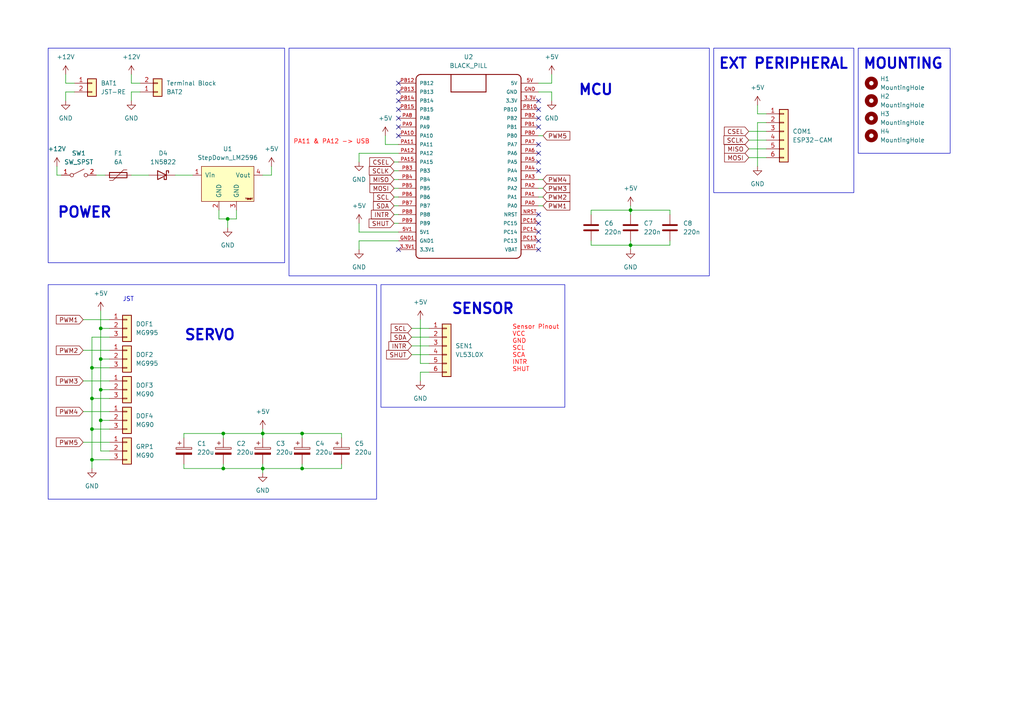
<source format=kicad_sch>
(kicad_sch (version 20230121) (generator eeschema)
  (paper "A4")
  (lib_symbols
    (symbol "Black_Pill:BLACK_PILL" (pin_names (offset 1.016))
      (property "Reference" "U" (at 0 0 0))
      (property "Value" "BLACK_PILL" (at 0 29.21 0))
      (symbol "BLACK_PILL_0_0"
        (arc (start -15.24 -26.8624) (mid -14.9244 -27.6244) (end -14.1624 -27.94) (stroke (width 0.254)))
        (arc (start -13.8032 25.4) (mid -14.8192 24.9792) (end -15.24 23.9632) (stroke (width 0.254)))
        (polyline (pts (xy -15.24 23.9632) (xy -15.24 -26.8624)) (stroke (width 0.254)))
        (polyline (pts (xy -14.1624 -27.94) (xy 13.8032 -27.94)) (stroke (width 0.254)))
        (polyline (pts (xy -5.08 20.32) (xy -5.08 25.4)) (stroke (width 0.254)))
        (polyline (pts (xy -5.08 25.4) (xy -13.8032 25.4)) (stroke (width 0.254)))
        (polyline (pts (xy -5.08 25.4) (xy 5.08 25.4)) (stroke (width 0.254)))
        (polyline (pts (xy 5.08 20.32) (xy -5.08 20.32)) (stroke (width 0.254)))
        (polyline (pts (xy 5.08 25.4) (xy 5.08 20.32)) (stroke (width 0.254)))
        (polyline (pts (xy 13.97 25.4) (xy 5.08 25.4)) (stroke (width 0.254)))
        (polyline (pts (xy 15.24 -26.5032) (xy 15.24 24.13)) (stroke (width 0.254)))
        (arc (start 13.8032 -27.94) (mid 14.8191 -27.5191) (end 15.24 -26.5032) (stroke (width 0.254)))
        (arc (start 15.24 24.13) (mid 14.868 25.028) (end 13.97 25.4) (stroke (width 0.254)))
        (pin bidirectional line (at 20.32 17.78 180) (length 5.08) (name "3.3V") (number "3.3V"))
        (pin bidirectional line (at -20.32 -25.4 0) (length 5.08) (name "3.3V1") (number "3.3V1"))
        (pin power_in line (at 20.32 22.86 180) (length 5.08) (name "5V") (number "5V"))
        (pin bidirectional line (at -20.32 -20.32 0) (length 5.08) (name "5V1") (number "5V1"))
        (pin bidirectional line (at 20.32 20.32 180) (length 5.08) (name "GND") (number "GND"))
        (pin bidirectional line (at -20.32 -22.86 0) (length 5.08) (name "GND1") (number "GND1"))
        (pin bidirectional line (at 20.32 -15.24 180) (length 5.08) (name "NRST") (number "NRST"))
        (pin bidirectional line (at 20.32 -12.7 180) (length 5.08) (name "PA0") (number "PA0"))
        (pin bidirectional line (at 20.32 -10.16 180) (length 5.08) (name "PA1") (number "PA1"))
        (pin bidirectional line (at -20.32 7.62 0) (length 5.08) (name "PA10") (number "PA10"))
        (pin bidirectional line (at -20.32 5.08 0) (length 5.08) (name "PA11") (number "PA11"))
        (pin bidirectional line (at -20.32 2.54 0) (length 5.08) (name "PA12") (number "PA12"))
        (pin bidirectional line (at -20.32 0 0) (length 5.08) (name "PA15") (number "PA15"))
        (pin bidirectional line (at 20.32 -7.62 180) (length 5.08) (name "PA2") (number "PA2"))
        (pin bidirectional line (at 20.32 -5.08 180) (length 5.08) (name "PA3") (number "PA3"))
        (pin bidirectional line (at 20.32 -2.54 180) (length 5.08) (name "PA4") (number "PA4"))
        (pin bidirectional line (at 20.32 0 180) (length 5.08) (name "PA5") (number "PA5"))
        (pin bidirectional line (at 20.32 2.54 180) (length 5.08) (name "PA6") (number "PA6"))
        (pin bidirectional line (at 20.32 5.08 180) (length 5.08) (name "PA7") (number "PA7"))
        (pin bidirectional line (at -20.32 12.7 0) (length 5.08) (name "PA8") (number "PA8"))
        (pin bidirectional line (at -20.32 10.16 0) (length 5.08) (name "PA9") (number "PA9"))
        (pin bidirectional line (at 20.32 7.62 180) (length 5.08) (name "PB0") (number "PB0"))
        (pin bidirectional line (at 20.32 10.16 180) (length 5.08) (name "PB1") (number "PB1"))
        (pin bidirectional line (at 20.32 15.24 180) (length 5.08) (name "PB10") (number "PB10"))
        (pin bidirectional line (at -20.32 22.86 0) (length 5.08) (name "PB12") (number "PB12"))
        (pin bidirectional line (at -20.32 20.32 0) (length 5.08) (name "PB13") (number "PB13"))
        (pin bidirectional line (at -20.32 17.78 0) (length 5.08) (name "PB14") (number "PB14"))
        (pin bidirectional line (at -20.32 15.24 0) (length 5.08) (name "PB15") (number "PB15"))
        (pin bidirectional line (at 20.32 12.7 180) (length 5.08) (name "PB2") (number "PB2"))
        (pin bidirectional line (at -20.32 -2.54 0) (length 5.08) (name "PB3") (number "PB3"))
        (pin bidirectional line (at -20.32 -5.08 0) (length 5.08) (name "PB4") (number "PB4"))
        (pin bidirectional line (at -20.32 -7.62 0) (length 5.08) (name "PB5") (number "PB5"))
        (pin bidirectional line (at -20.32 -10.16 0) (length 5.08) (name "PB6") (number "PB6"))
        (pin bidirectional line (at -20.32 -12.7 0) (length 5.08) (name "PB7") (number "PB7"))
        (pin bidirectional line (at -20.32 -15.24 0) (length 5.08) (name "PB8") (number "PB8"))
        (pin bidirectional line (at -20.32 -17.78 0) (length 5.08) (name "PB9") (number "PB9"))
        (pin bidirectional line (at 20.32 -22.86 180) (length 5.08) (name "PC13") (number "PC13"))
        (pin bidirectional line (at 20.32 -20.32 180) (length 5.08) (name "PC14") (number "PC14"))
        (pin bidirectional line (at 20.32 -17.78 180) (length 5.08) (name "PC15") (number "PC15"))
        (pin bidirectional line (at 20.32 -25.4 180) (length 5.08) (name "VBAT") (number "VBAT"))
      )
    )
    (symbol "Connector_Generic:Conn_01x02" (pin_names (offset 1.016) hide)
      (property "Reference" "J" (at 0 2.54 0))
      (property "Value" "Conn_01x02" (at 0 -5.08 0))
      (symbol "Conn_01x02_1_1"
        (rectangle (start -1.27 -2.413) (end 0 -2.667) (stroke (width 0.1524)))
        (rectangle (start -1.27 0.127) (end 0 -0.127) (stroke (width 0.1524)))
        (rectangle (start -1.27 1.27) (end 1.27 -3.81) (stroke (width 0.254)) (fill (type background)))
        (pin passive line (at -5.08 0 0) (length 3.81) (name "Pin_1") (number "1"))
        (pin passive line (at -5.08 -2.54 0) (length 3.81) (name "Pin_2") (number "2"))
      )
    )
    (symbol "Connector_Generic:Conn_01x03" (pin_names (offset 1.016) hide)
      (property "Reference" "J" (at 0 5.08 0))
      (property "Value" "Conn_01x03" (at 0 -5.08 0))
      (symbol "Conn_01x03_1_1"
        (rectangle (start -1.27 -2.413) (end 0 -2.667) (stroke (width 0.1524)))
        (rectangle (start -1.27 0.127) (end 0 -0.127) (stroke (width 0.1524)))
        (rectangle (start -1.27 2.667) (end 0 2.413) (stroke (width 0.1524)))
        (rectangle (start -1.27 3.81) (end 1.27 -3.81) (stroke (width 0.254)) (fill (type background)))
        (pin passive line (at -5.08 2.54 0) (length 3.81) (name "Pin_1") (number "1"))
        (pin passive line (at -5.08 0 0) (length 3.81) (name "Pin_2") (number "2"))
        (pin passive line (at -5.08 -2.54 0) (length 3.81) (name "Pin_3") (number "3"))
      )
    )
    (symbol "Connector_Generic:Conn_01x06" (pin_names (offset 1.016) hide)
      (property "Reference" "J" (at 0 7.62 0))
      (property "Value" "Conn_01x06" (at 0 -10.16 0))
      (symbol "Conn_01x06_1_1"
        (rectangle (start -1.27 -7.493) (end 0 -7.747) (stroke (width 0.1524)))
        (rectangle (start -1.27 -4.953) (end 0 -5.207) (stroke (width 0.1524)))
        (rectangle (start -1.27 -2.413) (end 0 -2.667) (stroke (width 0.1524)))
        (rectangle (start -1.27 0.127) (end 0 -0.127) (stroke (width 0.1524)))
        (rectangle (start -1.27 2.667) (end 0 2.413) (stroke (width 0.1524)))
        (rectangle (start -1.27 5.207) (end 0 4.953) (stroke (width 0.1524)))
        (rectangle (start -1.27 6.35) (end 1.27 -8.89) (stroke (width 0.254)) (fill (type background)))
        (pin passive line (at -5.08 5.08 0) (length 3.81) (name "Pin_1") (number "1"))
        (pin passive line (at -5.08 2.54 0) (length 3.81) (name "Pin_2") (number "2"))
        (pin passive line (at -5.08 0 0) (length 3.81) (name "Pin_3") (number "3"))
        (pin passive line (at -5.08 -2.54 0) (length 3.81) (name "Pin_4") (number "4"))
        (pin passive line (at -5.08 -5.08 0) (length 3.81) (name "Pin_5") (number "5"))
        (pin passive line (at -5.08 -7.62 0) (length 3.81) (name "Pin_6") (number "6"))
      )
    )
    (symbol "Device:C" (pin_numbers hide) (pin_names (offset 0.254))
      (property "Reference" "C" (at 0.635 2.54 0))
      (property "Value" "C" (at 0.635 -2.54 0))
      (symbol "C_0_1"
        (polyline (pts (xy -2.032 -0.762) (xy 2.032 -0.762)) (stroke (width 0.508)))
        (polyline (pts (xy -2.032 0.762) (xy 2.032 0.762)) (stroke (width 0.508)))
      )
      (symbol "C_1_1"
        (pin passive line (at 0 3.81 270) (length 2.794) (name "~") (number "1"))
        (pin passive line (at 0 -3.81 90) (length 2.794) (name "~") (number "2"))
      )
    )
    (symbol "Device:C_Polarized" (pin_numbers hide) (pin_names (offset 0.254))
      (property "Reference" "C" (at 0.635 2.54 0))
      (property "Value" "C_Polarized" (at 0.635 -2.54 0))
      (symbol "C_Polarized_0_1"
        (rectangle (start -2.286 0.508) (end 2.286 1.016))
        (polyline (pts (xy -1.778 2.286) (xy -0.762 2.286)))
        (polyline (pts (xy -1.27 2.794) (xy -1.27 1.778)))
        (rectangle (start 2.286 -0.508) (end -2.286 -1.016) (fill (type outline)))
      )
      (symbol "C_Polarized_1_1"
        (pin passive line (at 0 3.81 270) (length 2.794) (name "~") (number "1"))
        (pin passive line (at 0 -3.81 90) (length 2.794) (name "~") (number "2"))
      )
    )
    (symbol "Device:Polyfuse" (pin_numbers hide) (pin_names (offset 0))
      (property "Reference" "F" (at -2.54 0 90))
      (property "Value" "Polyfuse" (at 2.54 0 90))
      (symbol "Polyfuse_0_1"
        (rectangle (start -0.762 2.54) (end 0.762 -2.54) (stroke (width 0.254)))
        (polyline (pts (xy 0 2.54) (xy 0 -2.54)))
        (polyline (pts (xy -1.524 2.54) (xy -1.524 1.524) (xy 1.524 -1.524) (xy 1.524 -2.54)))
      )
      (symbol "Polyfuse_1_1"
        (pin passive line (at 0 3.81 270) (length 1.27) (name "~") (number "1"))
        (pin passive line (at 0 -3.81 90) (length 1.27) (name "~") (number "2"))
      )
    )
    (symbol "Diode:1N5822" (pin_numbers hide) (pin_names (offset 1.016) hide)
      (property "Reference" "D" (at 0 2.54 0))
      (property "Value" "1N5822" (at 0 -2.54 0))
      (symbol "1N5822_0_1"
        (polyline (pts (xy 1.27 0) (xy -1.27 0)))
        (polyline (pts (xy 1.27 1.27) (xy 1.27 -1.27) (xy -1.27 0) (xy 1.27 1.27)) (stroke (width 0.254)))
        (polyline (pts (xy -1.905 0.635) (xy -1.905 1.27) (xy -1.27 1.27) (xy -1.27 -1.27) (xy -0.635 -1.27) (xy -0.635 -0.635)) (stroke (width 0.254)))
      )
      (symbol "1N5822_1_1"
        (pin passive line (at -3.81 0 0) (length 2.54) (name "K") (number "1"))
        (pin passive line (at 3.81 0 180) (length 2.54) (name "A") (number "2"))
      )
    )
    (symbol "Mechanical:MountingHole" (pin_names (offset 1.016))
      (property "Reference" "H" (at 0 5.08 0))
      (property "Value" "MountingHole" (at 0 3.175 0))
      (symbol "MountingHole_0_1"
        (circle (center 0 0) (radius 1.27) (stroke (width 1.27)))
      )
    )
    (symbol "Step_Down:YAAJ_DCDC_StepDown_LM2596" (pin_names (offset 1.016))
      (property "Reference" "U" (at -5.08 6.35 0))
      (property "Value" "YAAJ_DCDC_StepDown_LM2596" (at 0 11.43 0))
      (symbol "YAAJ_DCDC_StepDown_LM2596_0_1"
        (rectangle (start -7.62 5.08) (end 7.62 -5.08) (fill (type background)))
      )
      (symbol "YAAJ_DCDC_StepDown_LM2596_1_1"
        (text "Y@@V" (at 6.1976 -4.2672 0) (effects (font (size 0.508 0.508))))
        (pin power_in line (at -10.16 2.54 0) (length 2.54) (name "Vin") (number "1"))
        (pin power_in line (at -2.54 -7.62 90) (length 2.54) (name "GND") (number "2"))
        (pin power_in line (at 2.54 -7.62 90) (length 2.54) (name "GND") (number "3"))
        (pin power_out line (at 10.16 2.54 180) (length 2.54) (name "Vout") (number "4"))
      )
    )
    (symbol "Switch:SW_SPST" (pin_names (offset 0) hide)
      (property "Reference" "SW" (at 0 3.175 0))
      (property "Value" "SW_SPST" (at 0 -2.54 0))
      (symbol "SW_SPST_0_0"
        (circle (center -2.032 0) (radius 0.508))
        (polyline (pts (xy -1.524 0.254) (xy 1.524 1.778)))
        (circle (center 2.032 0) (radius 0.508))
      )
      (symbol "SW_SPST_1_1"
        (pin passive line (at -5.08 0 0) (length 2.54) (name "A") (number "1"))
        (pin passive line (at 5.08 0 180) (length 2.54) (name "B") (number "2"))
      )
    )
    (symbol "power:+12V" (power) (pin_names (offset 0))
      (property "Value" "+12V" (at 0 3.556 0))
      (symbol "+12V_0_1"
        (polyline (pts (xy -0.762 1.27) (xy 0 2.54)))
        (polyline (pts (xy 0 0) (xy 0 2.54)))
        (polyline (pts (xy 0 2.54) (xy 0.762 1.27)))
      )
      (symbol "+12V_1_1"
        (pin power_in line (at 0 0 90) (length 0) hide (name "+12V") (number "1"))
      )
    )
    (symbol "power:+5V" (power) (pin_names (offset 0))
      (property "Value" "+5V" (at 0 3.556 0))
      (symbol "+5V_0_1"
        (polyline (pts (xy -0.762 1.27) (xy 0 2.54)))
        (polyline (pts (xy 0 0) (xy 0 2.54)))
        (polyline (pts (xy 0 2.54) (xy 0.762 1.27)))
      )
      (symbol "+5V_1_1"
        (pin power_in line (at 0 0 90) (length 0) hide (name "+5V") (number "1"))
      )
    )
    (symbol "power:GND" (power) (pin_names (offset 0))
      (property "Value" "GND" (at 0 -3.81 0))
      (symbol "GND_0_1"
        (polyline (pts (xy 0 0) (xy 0 -1.27) (xy 1.27 -1.27) (xy 0 -2.54) (xy -1.27 -1.27) (xy 0 -1.27)))
      )
      (symbol "GND_1_1"
        (pin power_in line (at 0 0 270) (length 0) hide (name "GND") (number "1"))
      )
    )
  )
  (junction (at 29.21 104.14))
  (junction (at 26.67 133.35))
  (junction (at 76.2 125.73))
  (junction (at 26.67 115.57))
  (junction (at 64.77 125.73))
  (junction (at 87.63 135.89))
  (junction (at 64.77 135.89))
  (junction (at 182.88 71.12))
  (junction (at 29.21 121.92))
  (junction (at 29.21 95.25))
  (junction (at 182.88 60.96))
  (junction (at 29.21 113.03))
  (junction (at 76.2 135.89))
  (junction (at 26.67 124.46))
  (junction (at 87.63 125.73))
  (junction (at 26.67 106.68))
  (junction (at 66.04 63.5))
  (no_connect (at 115.57 31.75))
  (no_connect (at 156.21 34.29))
  (no_connect (at 156.21 67.31))
  (no_connect (at 156.21 69.85))
  (no_connect (at 115.57 36.83))
  (no_connect (at 115.57 29.21))
  (no_connect (at 156.21 31.75))
  (no_connect (at 156.21 62.23))
  (no_connect (at 156.21 29.21))
  (no_connect (at 156.21 72.39))
  (no_connect (at 115.57 39.37))
  (no_connect (at 115.57 72.39))
  (no_connect (at 115.57 24.13))
  (no_connect (at 156.21 64.77))
  (no_connect (at 156.21 36.83))
  (no_connect (at 156.21 41.91))
  (no_connect (at 156.21 44.45))
  (no_connect (at 156.21 46.99))
  (no_connect (at 156.21 49.53))
  (no_connect (at 115.57 34.29))
  (no_connect (at 115.57 26.67))
  (wire (pts (xy 121.92 105.41) (xy 121.92 92.71)))
  (wire (pts (xy 182.88 69.85) (xy 182.88 71.12)))
  (wire (pts (xy 16.51 50.8) (xy 17.78 50.8)))
  (wire (pts (xy 121.92 107.95) (xy 121.92 110.49)))
  (wire (pts (xy 156.21 59.69) (xy 157.48 59.69)))
  (wire (pts (xy 182.88 59.69) (xy 182.88 60.96)))
  (wire (pts (xy 26.67 124.46) (xy 31.75 124.46)))
  (wire (pts (xy 29.21 95.25) (xy 31.75 95.25)))
  (wire (pts (xy 16.51 48.26) (xy 16.51 50.8)))
  (wire (pts (xy 99.06 135.89) (xy 99.06 134.62)))
  (wire (pts (xy 156.21 39.37) (xy 157.48 39.37)))
  (wire (pts (xy 68.58 60.96) (xy 68.58 63.5)))
  (wire (pts (xy 76.2 135.89) (xy 76.2 137.16)))
  (wire (pts (xy 63.5 60.96) (xy 63.5 63.5)))
  (wire (pts (xy 217.17 40.64) (xy 222.25 40.64)))
  (wire (pts (xy 64.77 135.89) (xy 76.2 135.89)))
  (wire (pts (xy 29.21 121.92) (xy 31.75 121.92)))
  (wire (pts (xy 171.45 60.96) (xy 182.88 60.96)))
  (wire (pts (xy 76.2 125.73) (xy 64.77 125.73)))
  (wire (pts (xy 38.1 24.13) (xy 38.1 21.59)))
  (wire (pts (xy 29.21 113.03) (xy 31.75 113.03)))
  (wire (pts (xy 24.13 110.49) (xy 31.75 110.49)))
  (wire (pts (xy 76.2 125.73) (xy 76.2 127)))
  (wire (pts (xy 104.14 46.99) (xy 104.14 44.45)))
  (wire (pts (xy 29.21 104.14) (xy 31.75 104.14)))
  (wire (pts (xy 182.88 60.96) (xy 182.88 62.23)))
  (wire (pts (xy 114.3 62.23) (xy 115.57 62.23)))
  (wire (pts (xy 182.88 71.12) (xy 182.88 72.39)))
  (wire (pts (xy 119.38 95.25) (xy 124.46 95.25)))
  (wire (pts (xy 171.45 62.23) (xy 171.45 60.96)))
  (wire (pts (xy 24.13 92.71) (xy 31.75 92.71)))
  (wire (pts (xy 26.67 106.68) (xy 31.75 106.68)))
  (wire (pts (xy 99.06 127) (xy 99.06 125.73)))
  (wire (pts (xy 115.57 67.31) (xy 104.14 67.31)))
  (wire (pts (xy 87.63 125.73) (xy 76.2 125.73)))
  (wire (pts (xy 38.1 26.67) (xy 38.1 29.21)))
  (wire (pts (xy 26.67 124.46) (xy 26.67 115.57)))
  (wire (pts (xy 29.21 130.81) (xy 29.21 121.92)))
  (wire (pts (xy 114.3 57.15) (xy 115.57 57.15)))
  (wire (pts (xy 124.46 107.95) (xy 121.92 107.95)))
  (wire (pts (xy 87.63 125.73) (xy 87.63 127)))
  (wire (pts (xy 194.31 69.85) (xy 194.31 71.12)))
  (wire (pts (xy 21.59 24.13) (xy 19.05 24.13)))
  (wire (pts (xy 24.13 101.6) (xy 31.75 101.6)))
  (wire (pts (xy 182.88 71.12) (xy 194.31 71.12)))
  (wire (pts (xy 38.1 50.8) (xy 43.18 50.8)))
  (wire (pts (xy 171.45 69.85) (xy 171.45 71.12)))
  (wire (pts (xy 31.75 130.81) (xy 29.21 130.81)))
  (wire (pts (xy 76.2 134.62) (xy 76.2 135.89)))
  (wire (pts (xy 64.77 134.62) (xy 64.77 135.89)))
  (wire (pts (xy 119.38 100.33) (xy 124.46 100.33)))
  (wire (pts (xy 222.25 33.02) (xy 219.71 33.02)))
  (wire (pts (xy 219.71 35.56) (xy 222.25 35.56)))
  (wire (pts (xy 156.21 57.15) (xy 157.48 57.15)))
  (wire (pts (xy 160.02 24.13) (xy 160.02 21.59)))
  (wire (pts (xy 115.57 46.99) (xy 114.3 46.99)))
  (wire (pts (xy 111.76 41.91) (xy 115.57 41.91)))
  (wire (pts (xy 40.64 24.13) (xy 38.1 24.13)))
  (wire (pts (xy 114.3 59.69) (xy 115.57 59.69)))
  (wire (pts (xy 29.21 121.92) (xy 29.21 113.03)))
  (wire (pts (xy 217.17 43.18) (xy 222.25 43.18)))
  (wire (pts (xy 76.2 135.89) (xy 87.63 135.89)))
  (wire (pts (xy 119.38 102.87) (xy 124.46 102.87)))
  (wire (pts (xy 104.14 64.77) (xy 104.14 67.31)))
  (wire (pts (xy 114.3 64.77) (xy 115.57 64.77)))
  (wire (pts (xy 119.38 97.79) (xy 124.46 97.79)))
  (wire (pts (xy 66.04 63.5) (xy 68.58 63.5)))
  (wire (pts (xy 217.17 45.72) (xy 222.25 45.72)))
  (wire (pts (xy 29.21 104.14) (xy 29.21 95.25)))
  (wire (pts (xy 26.67 135.89) (xy 26.67 133.35)))
  (wire (pts (xy 76.2 50.8) (xy 78.74 50.8)))
  (wire (pts (xy 76.2 124.46) (xy 76.2 125.73)))
  (wire (pts (xy 87.63 134.62) (xy 87.63 135.89)))
  (wire (pts (xy 26.67 133.35) (xy 31.75 133.35)))
  (wire (pts (xy 50.8 50.8) (xy 55.88 50.8)))
  (wire (pts (xy 156.21 24.13) (xy 160.02 24.13)))
  (wire (pts (xy 26.67 115.57) (xy 31.75 115.57)))
  (wire (pts (xy 104.14 72.39) (xy 104.14 69.85)))
  (wire (pts (xy 26.67 97.79) (xy 31.75 97.79)))
  (wire (pts (xy 27.94 50.8) (xy 30.48 50.8)))
  (wire (pts (xy 160.02 26.67) (xy 160.02 29.21)))
  (wire (pts (xy 104.14 44.45) (xy 115.57 44.45)))
  (wire (pts (xy 111.76 39.37) (xy 111.76 41.91)))
  (wire (pts (xy 26.67 115.57) (xy 26.67 106.68)))
  (wire (pts (xy 53.34 134.62) (xy 53.34 135.89)))
  (wire (pts (xy 115.57 54.61) (xy 114.3 54.61)))
  (wire (pts (xy 26.67 133.35) (xy 26.67 124.46)))
  (wire (pts (xy 53.34 135.89) (xy 64.77 135.89)))
  (wire (pts (xy 87.63 135.89) (xy 99.06 135.89)))
  (wire (pts (xy 156.21 26.67) (xy 160.02 26.67)))
  (wire (pts (xy 53.34 125.73) (xy 53.34 127)))
  (wire (pts (xy 19.05 24.13) (xy 19.05 21.59)))
  (wire (pts (xy 29.21 113.03) (xy 29.21 104.14)))
  (wire (pts (xy 64.77 125.73) (xy 64.77 127)))
  (wire (pts (xy 182.88 60.96) (xy 194.31 60.96)))
  (wire (pts (xy 217.17 38.1) (xy 222.25 38.1)))
  (wire (pts (xy 156.21 54.61) (xy 157.48 54.61)))
  (wire (pts (xy 115.57 52.07) (xy 114.3 52.07)))
  (wire (pts (xy 29.21 95.25) (xy 29.21 90.17)))
  (wire (pts (xy 104.14 69.85) (xy 115.57 69.85)))
  (wire (pts (xy 78.74 50.8) (xy 78.74 48.26)))
  (wire (pts (xy 19.05 26.67) (xy 19.05 29.21)))
  (wire (pts (xy 219.71 33.02) (xy 219.71 30.48)))
  (wire (pts (xy 171.45 71.12) (xy 182.88 71.12)))
  (wire (pts (xy 26.67 106.68) (xy 26.67 97.79)))
  (wire (pts (xy 115.57 49.53) (xy 114.3 49.53)))
  (wire (pts (xy 64.77 125.73) (xy 53.34 125.73)))
  (wire (pts (xy 156.21 52.07) (xy 157.48 52.07)))
  (wire (pts (xy 219.71 48.26) (xy 219.71 35.56)))
  (wire (pts (xy 63.5 63.5) (xy 66.04 63.5)))
  (wire (pts (xy 66.04 63.5) (xy 66.04 66.04)))
  (wire (pts (xy 24.13 128.27) (xy 31.75 128.27)))
  (wire (pts (xy 124.46 105.41) (xy 121.92 105.41)))
  (wire (pts (xy 40.64 26.67) (xy 38.1 26.67)))
  (wire (pts (xy 21.59 26.67) (xy 19.05 26.67)))
  (wire (pts (xy 99.06 125.73) (xy 87.63 125.73)))
  (wire (pts (xy 24.13 119.38) (xy 31.75 119.38)))
  (wire (pts (xy 194.31 62.23) (xy 194.31 60.96)))
  (rectangle (start 13.97 13.97) (end 82.55 76.2))
  (rectangle (start 13.97 82.55) (end 109.22 144.78))
  (rectangle (start 207.01 13.97) (end 247.65 55.88))
  (rectangle (start 248.92 13.97) (end 275.59 44.45))
  (rectangle (start 83.82 13.97) (end 205.74 80.01))
  (rectangle (start 110.49 82.55) (end 163.83 118.11))
  (text "POWER" (at 16.51 63.5 0) (effects (font (size 3 3) bold) (justify left bottom)))
  (text "JST" (at 35.56 87.63 0) (effects (font (size 1.27 1.27)) (justify left bottom)))
  (text "EXT PERIPHERAL" (at 208.28 20.32 0) (effects (font (size 3 3) bold) (justify left bottom)))
  (text "PA11 & PA12 -> USB" (at 85.09 41.91 0) (effects (font (size 1.27 1.27)) (justify left bottom)))
  (text "MOUNTING" (at 250.19 20.32 0) (effects (font (size 3 3) bold) (justify left bottom)))
  (text "Sensor Pinout\nVCC\nGND\nSCL\nSCA\nINTR\nSHUT" (at 148.59 107.95 0) (effects (font (size 1.27 1.27)) (justify left bottom)))
  (text "SENSOR" (at 130.81 91.44 0) (effects (font (size 3 3) bold) (justify left bottom)))
  (text "SERVO" (at 53.34 99.06 0) (effects (font (size 3 3) (thickness 0.6) bold) (justify left bottom)))
  (text "MCU" (at 167.64 27.94 0) (effects (font (size 3 3) bold) (justify left bottom)))
  (global_label "INTR" (shape input) (at 119.38 100.33 180) (property "Intersheetrefs" "${INTERSHEET_REFS}" (effects hide)))
  (global_label "MOSI" (shape input) (at 217.17 45.72 180) (property "Intersheetrefs" "${INTERSHEET_REFS}" (effects hide)))
  (global_label "CSEL" (shape input) (at 217.17 38.1 180) (property "Intersheetrefs" "${INTERSHEET_REFS}" (effects hide)))
  (global_label "PWM5" (shape input) (at 24.13 128.27 180) (property "Intersheetrefs" "${INTERSHEET_REFS}" (effects hide)))
  (global_label "PWM2" (shape input) (at 24.13 101.6 180) (property "Intersheetrefs" "${INTERSHEET_REFS}" (effects hide)))
  (global_label "PWM5" (shape input) (at 157.48 39.37 0) (property "Intersheetrefs" "${INTERSHEET_REFS}" (effects hide)))
  (global_label "MISO" (shape input) (at 114.3 52.07 180) (property "Intersheetrefs" "${INTERSHEET_REFS}" (effects hide)))
  (global_label "INTR" (shape input) (at 114.3 62.23 180) (property "Intersheetrefs" "${INTERSHEET_REFS}" (effects hide)))
  (global_label "SDA" (shape input) (at 114.3 59.69 180) (property "Intersheetrefs" "${INTERSHEET_REFS}" (effects hide)))
  (global_label "PWM1" (shape input) (at 24.13 92.71 180) (property "Intersheetrefs" "${INTERSHEET_REFS}" (effects hide)))
  (global_label "MOSI" (shape input) (at 114.3 54.61 180) (property "Intersheetrefs" "${INTERSHEET_REFS}" (effects hide)))
  (global_label "PWM1" (shape input) (at 157.48 59.69 0) (property "Intersheetrefs" "${INTERSHEET_REFS}" (effects hide)))
  (global_label "SCL" (shape input) (at 119.38 95.25 180) (property "Intersheetrefs" "${INTERSHEET_REFS}" (effects hide)))
  (global_label "PWM2" (shape input) (at 157.48 57.15 0) (property "Intersheetrefs" "${INTERSHEET_REFS}" (effects hide)))
  (global_label "SCL" (shape input) (at 114.3 57.15 180) (property "Intersheetrefs" "${INTERSHEET_REFS}" (effects hide)))
  (global_label "PWM4" (shape input) (at 157.48 52.07 0) (property "Intersheetrefs" "${INTERSHEET_REFS}" (effects hide)))
  (global_label "PWM3" (shape input) (at 157.48 54.61 0) (property "Intersheetrefs" "${INTERSHEET_REFS}" (effects hide)))
  (global_label "CSEL" (shape input) (at 114.3 46.99 180) (property "Intersheetrefs" "${INTERSHEET_REFS}" (effects hide)))
  (global_label "PWM4" (shape input) (at 24.13 119.38 180) (property "Intersheetrefs" "${INTERSHEET_REFS}" (effects hide)))
  (global_label "SHUT" (shape input) (at 119.38 102.87 180) (property "Intersheetrefs" "${INTERSHEET_REFS}" (effects hide)))
  (global_label "SHUT" (shape input) (at 114.3 64.77 180) (property "Intersheetrefs" "${INTERSHEET_REFS}" (effects hide)))
  (global_label "SCLK" (shape input) (at 217.17 40.64 180) (property "Intersheetrefs" "${INTERSHEET_REFS}" (effects hide)))
  (global_label "SCLK" (shape input) (at 114.3 49.53 180) (property "Intersheetrefs" "${INTERSHEET_REFS}" (effects hide)))
  (global_label "MISO" (shape input) (at 217.17 43.18 180) (property "Intersheetrefs" "${INTERSHEET_REFS}" (effects hide)))
  (global_label "PWM3" (shape input) (at 24.13 110.49 180) (property "Intersheetrefs" "${INTERSHEET_REFS}" (effects hide)))
  (global_label "SDA" (shape input) (at 119.38 97.79 180) (property "Intersheetrefs" "${INTERSHEET_REFS}" (effects hide)))
  (symbol (lib_id "power:GND") (at 38.1 29.21 0) (unit 1)
    (property "Reference" "#PWR030" (effects hide))
    (property "Value" "GND" (at 38.1 34.29 0))
  )
  (symbol (lib_id "Device:C_Polarized") (at 76.2 130.81 0) (unit 1)
    (property "Reference" "C3" (at 80.01 128.651 0) (effects (justify left)))
    (property "Value" "220u" (at 80.01 131.191 0) (effects (justify left)))
    (property "Footprint" "Capacitor_THT:CP_Radial_D6.3mm_P2.50mm" (effects hide))
  )
  (symbol (lib_id "power:GND") (at 121.92 110.49 0) (unit 1)
    (property "Reference" "#PWR015" (effects hide))
    (property "Value" "GND" (at 121.92 115.57 0))
  )
  (symbol (lib_id "power:+5V") (at 76.2 124.46 0) (unit 1)
    (property "Reference" "#PWR033" (effects hide))
    (property "Value" "+5V" (at 76.2 119.38 0))
  )
  (symbol (lib_id "power:+5V") (at 104.14 64.77 0) (unit 1)
    (property "Reference" "#PWR08" (effects hide))
    (property "Value" "+5V" (at 104.14 59.69 0))
  )
  (symbol (lib_id "Device:C") (at 171.45 66.04 0) (unit 1)
    (property "Reference" "C6" (at 175.26 64.77 0) (effects (justify left)))
    (property "Value" "220n" (at 175.26 67.31 0) (effects (justify left)))
    (property "Footprint" "Capacitor_THT:C_Rect_L7.0mm_W3.5mm_P5.00mm" (effects hide))
  )
  (symbol (lib_id "power:GND") (at 219.71 48.26 0) (unit 1)
    (property "Reference" "#PWR017" (effects hide))
    (property "Value" "GND" (at 219.71 53.34 0))
  )
  (symbol (lib_id "power:GND") (at 26.67 135.89 0) (unit 1)
    (property "Reference" "#PWR02" (effects hide))
    (property "Value" "GND" (at 26.67 140.97 0))
  )
  (symbol (lib_id "power:+5V") (at 219.71 30.48 0) (unit 1)
    (property "Reference" "#PWR016" (effects hide))
    (property "Value" "+5V" (at 219.71 25.4 0))
  )
  (symbol (lib_id "Connector_Generic:Conn_01x02") (at 45.72 26.67 0) (mirror x) (unit 1)
    (property "Reference" "BAT2" (at 48.26 26.67 0) (effects (justify left)))
    (property "Value" "Terminal Block" (at 48.26 24.13 0) (effects (justify left)))
    (property "Footprint" "TerminalBlock_Phoenix:TerminalBlock_Phoenix_MKDS-1,5-2-5.08_1x02_P5.08mm_Horizontal" (effects hide))
  )
  (symbol (lib_id "power:+5V") (at 121.92 92.71 0) (unit 1)
    (property "Reference" "#PWR013" (effects hide))
    (property "Value" "+5V" (at 121.92 87.63 0))
  )
  (symbol (lib_id "Mechanical:MountingHole") (at 252.73 29.21 0) (unit 1)
    (property "Reference" "H2" (at 255.27 27.94 0) (effects (justify left)))
    (property "Value" "MountingHole" (at 255.27 30.48 0) (effects (justify left)))
    (property "Footprint" "MountingHole:MountingHole_3.2mm_M3" (effects hide))
  )
  (symbol (lib_id "power:GND") (at 104.14 46.99 0) (unit 1)
    (property "Reference" "#PWR021" (effects hide))
    (property "Value" "GND" (at 104.14 52.07 0))
  )
  (symbol (lib_id "Mechanical:MountingHole") (at 252.73 39.37 0) (unit 1)
    (property "Reference" "H4" (at 255.27 38.1 0) (effects (justify left)))
    (property "Value" "MountingHole" (at 255.27 40.64 0) (effects (justify left)))
    (property "Footprint" "MountingHole:MountingHole_3.2mm_M3" (effects hide))
  )
  (symbol (lib_id "Connector_Generic:Conn_01x03") (at 36.83 121.92 0) (unit 1)
    (property "Reference" "DOF4" (at 39.37 120.65 0) (effects (justify left)))
    (property "Value" "MG90" (at 39.37 123.19 0) (effects (justify left)))
    (property "Footprint" "Connector_JST:JST_XH_B3B-XH-A_1x03_P2.50mm_Vertical" (effects hide))
  )
  (symbol (lib_id "Switch:SW_SPST") (at 22.86 50.8 0) (unit 1)
    (property "Reference" "SW1" (at 22.86 44.45 0))
    (property "Value" "SW_SPST" (at 22.86 46.99 0))
    (property "Footprint" "TestPoint:TestPoint_2Pads_Pitch2.54mm_Drill0.8mm" (effects hide))
  )
  (symbol (lib_id "power:GND") (at 104.14 72.39 0) (unit 1)
    (property "Reference" "#PWR09" (effects hide))
    (property "Value" "GND" (at 104.14 77.47 0))
  )
  (symbol (lib_id "power:GND") (at 76.2 137.16 0) (unit 1)
    (property "Reference" "#PWR032" (effects hide))
    (property "Value" "GND" (at 76.2 142.24 0))
  )
  (symbol (lib_id "power:GND") (at 66.04 66.04 0) (unit 1)
    (property "Reference" "#PWR07" (effects hide))
    (property "Value" "GND" (at 66.04 71.12 0))
  )
  (symbol (lib_id "power:GND") (at 160.02 29.21 0) (unit 1)
    (property "Reference" "#PWR010" (effects hide))
    (property "Value" "GND" (at 160.02 34.29 0))
  )
  (symbol (lib_id "power:+5V") (at 111.76 39.37 0) (unit 1)
    (property "Reference" "#PWR03" (effects hide))
    (property "Value" "+5V" (at 111.76 34.29 0))
  )
  (symbol (lib_id "Device:C_Polarized") (at 64.77 130.81 0) (unit 1)
    (property "Reference" "C2" (at 68.58 128.651 0) (effects (justify left)))
    (property "Value" "220u" (at 68.58 131.191 0) (effects (justify left)))
    (property "Footprint" "Capacitor_THT:CP_Radial_D6.3mm_P2.50mm" (effects hide))
  )
  (symbol (lib_id "Connector_Generic:Conn_01x02") (at 26.67 24.13 0) (unit 1)
    (property "Reference" "BAT1" (at 29.21 24.13 0) (effects (justify left)))
    (property "Value" "JST-RE" (at 29.21 26.67 0) (effects (justify left)))
    (property "Footprint" "Connector_PinHeader_2.54mm:PinHeader_1x02_P2.54mm_Vertical" (effects hide))
  )
  (symbol (lib_id "Diode:1N5822") (at 46.99 50.8 0) (mirror y) (unit 1)
    (property "Reference" "D4" (at 47.3075 44.45 0))
    (property "Value" "1N5822" (at 47.3075 46.99 0))
    (property "Footprint" "Diode_THT:D_DO-201AD_P15.24mm_Horizontal" (effects hide))
    (property "Datasheet" "http://www.vishay.com/docs/88526/1n5820.pdf" (effects hide))
  )
  (symbol (lib_id "Mechanical:MountingHole") (at 252.73 34.29 0) (unit 1)
    (property "Reference" "H3" (at 255.27 33.02 0) (effects (justify left)))
    (property "Value" "MountingHole" (at 255.27 35.56 0) (effects (justify left)))
    (property "Footprint" "MountingHole:MountingHole_3.2mm_M3" (effects hide))
  )
  (symbol (lib_id "power:+12V") (at 16.51 48.26 0) (unit 1)
    (property "Reference" "#PWR05" (effects hide))
    (property "Value" "+12V" (at 16.51 43.18 0))
  )
  (symbol (lib_id "power:+12V") (at 19.05 21.59 0) (unit 1)
    (property "Reference" "#PWR028" (effects hide))
    (property "Value" "+12V" (at 19.05 16.51 0))
  )
  (symbol (lib_id "Device:C") (at 182.88 66.04 0) (unit 1)
    (property "Reference" "C7" (at 186.69 64.77 0) (effects (justify left)))
    (property "Value" "220n" (at 186.69 67.31 0) (effects (justify left)))
    (property "Footprint" "Capacitor_THT:C_Rect_L7.0mm_W3.5mm_P5.00mm" (effects hide))
  )
  (symbol (lib_id "Device:C_Polarized") (at 87.63 130.81 0) (unit 1)
    (property "Reference" "C4" (at 91.44 128.651 0) (effects (justify left)))
    (property "Value" "220u" (at 91.44 131.191 0) (effects (justify left)))
    (property "Footprint" "Capacitor_THT:CP_Radial_D6.3mm_P2.50mm" (effects hide))
  )
  (symbol (lib_id "Device:C_Polarized") (at 99.06 130.81 0) (unit 1)
    (property "Reference" "C5" (at 102.87 128.651 0) (effects (justify left)))
    (property "Value" "220u" (at 102.87 131.191 0) (effects (justify left)))
    (property "Footprint" "Capacitor_THT:CP_Radial_D6.3mm_P2.50mm" (effects hide))
  )
  (symbol (lib_id "power:+5V") (at 160.02 21.59 0) (unit 1)
    (property "Reference" "#PWR014" (effects hide))
    (property "Value" "+5V" (at 160.02 16.51 0))
  )
  (symbol (lib_id "Connector_Generic:Conn_01x03") (at 36.83 130.81 0) (unit 1)
    (property "Reference" "GRP1" (at 39.37 129.54 0) (effects (justify left)))
    (property "Value" "MG90" (at 39.37 132.08 0) (effects (justify left)))
    (property "Footprint" "Connector_JST:JST_XH_B3B-XH-A_1x03_P2.50mm_Vertical" (effects hide))
  )
  (symbol (lib_id "power:+5V") (at 78.74 48.26 0) (unit 1)
    (property "Reference" "#PWR06" (effects hide))
    (property "Value" "+5V" (at 78.74 43.18 0))
  )
  (symbol (lib_id "power:GND") (at 19.05 29.21 0) (unit 1)
    (property "Reference" "#PWR027" (effects hide))
    (property "Value" "GND" (at 19.05 34.29 0))
  )
  (symbol (lib_id "Step_Down:YAAJ_DCDC_StepDown_LM2596") (at 66.04 53.34 0) (unit 1)
    (property "Reference" "U1" (at 66.04 43.18 0))
    (property "Value" "StepDown_LM2596" (at 66.04 45.72 0))
    (property "Footprint" "Modul_StepDown:YAAJ_DCDC_StepDown_LM2596" (effects hide))
  )
  (symbol (lib_id "Connector_Generic:Conn_01x03") (at 36.83 113.03 0) (unit 1)
    (property "Reference" "DOF3" (at 39.37 111.76 0) (effects (justify left)))
    (property "Value" "MG90" (at 39.37 114.3 0) (effects (justify left)))
    (property "Footprint" "Connector_JST:JST_XH_B3B-XH-A_1x03_P2.50mm_Vertical" (effects hide))
  )
  (symbol (lib_id "Connector_Generic:Conn_01x03") (at 36.83 104.14 0) (unit 1)
    (property "Reference" "DOF2" (at 39.37 102.87 0) (effects (justify left)))
    (property "Value" "MG995" (at 39.37 105.41 0) (effects (justify left)))
    (property "Footprint" "Connector_JST:JST_XH_B3B-XH-A_1x03_P2.50mm_Vertical" (effects hide))
  )
  (symbol (lib_id "Black_Pill:BLACK_PILL") (at 135.89 46.99 0) (unit 1)
    (property "Reference" "U2" (at 135.89 16.51 0))
    (property "Value" "BLACK_PILL" (at 135.89 19.05 0))
    (property "Footprint" "Black_Pill:BLACK_PILL" (effects hide))
  )
  (symbol (lib_id "power:GND") (at 182.88 72.39 0) (unit 1)
    (property "Reference" "#PWR04" (effects hide))
    (property "Value" "GND" (at 182.88 77.47 0))
  )
  (symbol (lib_id "Device:C_Polarized") (at 53.34 130.81 0) (unit 1)
    (property "Reference" "C1" (at 57.15 128.651 0) (effects (justify left)))
    (property "Value" "220u" (at 57.15 131.191 0) (effects (justify left)))
    (property "Footprint" "Capacitor_THT:CP_Radial_D6.3mm_P2.50mm" (effects hide))
  )
  (symbol (lib_id "Connector_Generic:Conn_01x06") (at 129.54 100.33 0) (unit 1)
    (property "Reference" "SEN1" (at 132.08 100.33 0) (effects (justify left)))
    (property "Value" "VL53L0X" (at 132.08 102.87 0) (effects (justify left)))
    (property "Footprint" "Connector_JST:JST_XH_B6B-XH-A_1x06_P2.50mm_Vertical" (effects hide))
  )
  (symbol (lib_id "Connector_Generic:Conn_01x03") (at 36.83 95.25 0) (unit 1)
    (property "Reference" "DOF1" (at 39.37 93.98 0) (effects (justify left)))
    (property "Value" "MG995" (at 39.37 96.52 0) (effects (justify left)))
    (property "Footprint" "Connector_JST:JST_XH_B3B-XH-A_1x03_P2.50mm_Vertical" (effects hide))
  )
  (symbol (lib_id "Device:Polyfuse") (at 34.29 50.8 90) (unit 1)
    (property "Reference" "F1" (at 34.29 44.45 90))
    (property "Value" "6A" (at 34.29 46.99 90))
    (property "Footprint" "Fuse:Fuse_Bourns_MF-RG300" (effects hide))
  )
  (symbol (lib_id "power:+5V") (at 182.88 59.69 0) (unit 1)
    (property "Reference" "#PWR012" (effects hide))
    (property "Value" "+5V" (at 182.88 54.61 0))
  )
  (symbol (lib_id "power:+12V") (at 38.1 21.59 0) (unit 1)
    (property "Reference" "#PWR029" (effects hide))
    (property "Value" "+12V" (at 38.1 16.51 0))
  )
  (symbol (lib_id "power:+5V") (at 29.21 90.17 0) (unit 1)
    (property "Reference" "#PWR01" (effects hide))
    (property "Value" "+5V" (at 29.21 85.09 0))
  )
  (symbol (lib_id "Device:C") (at 194.31 66.04 0) (unit 1)
    (property "Reference" "C8" (at 198.12 64.77 0) (effects (justify left)))
    (property "Value" "220n" (at 198.12 67.31 0) (effects (justify left)))
    (property "Footprint" "Capacitor_THT:C_Rect_L7.0mm_W3.5mm_P5.00mm" (effects hide))
  )
  (symbol (lib_id "Mechanical:MountingHole") (at 252.73 24.13 0) (unit 1)
    (property "Reference" "H1" (at 255.27 22.86 0) (effects (justify left)))
    (property "Value" "MountingHole" (at 255.27 25.4 0) (effects (justify left)))
    (property "Footprint" "MountingHole:MountingHole_3.2mm_M3" (effects hide))
  )
  (symbol (lib_id "Connector_Generic:Conn_01x06") (at 227.33 38.1 0) (unit 1)
    (property "Reference" "COM1" (at 229.87 38.1 0) (effects (justify left)))
    (property "Value" "ESP32-CAM" (at 229.87 40.64 0) (effects (justify left)))
    (property "Footprint" "Connector_JST:JST_XH_B6B-XH-A_1x06_P2.50mm_Vertical" (effects hide))
  )
)
</source>
